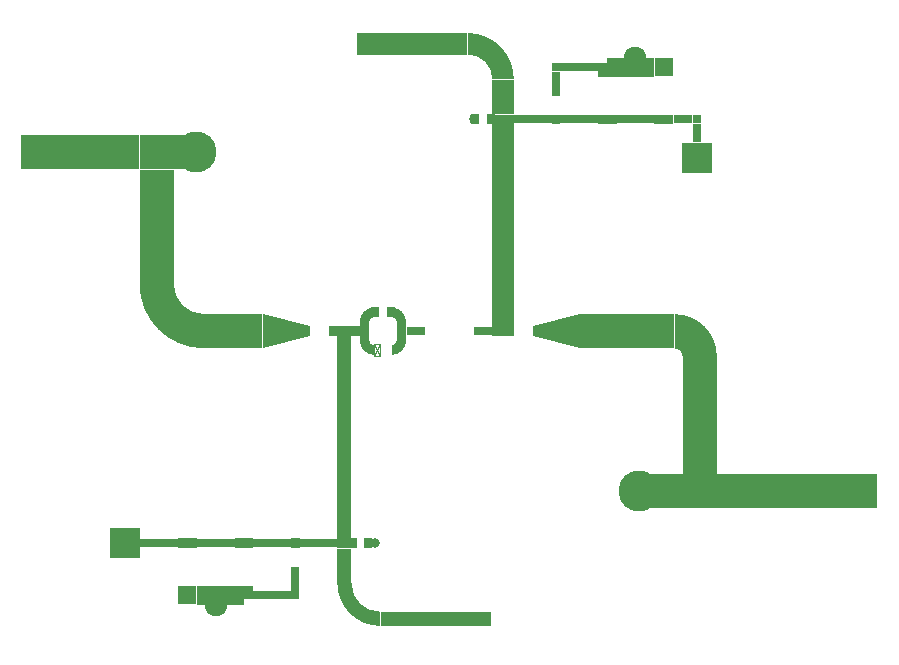
<source format=gbr>
G04 ===== Begin FILE IDENTIFICATION =====*
G04 File Format:  Gerber RS274X*
G04 ===== End FILE IDENTIFICATION =====*
%FSLAX66Y66*%
%MOIN*%
%SFA1.0000B1.0000*%
%OFA0.0B0.0*%
%ADD14R,0.125984X0.031496*%
%ADD15R,0.027559X0.027559*%
%ADD16R,0.125984X0.027559*%
%ADD17R,0.371457X0.071732*%
%ADD18R,0.071732X0.675000*%
%ADD19R,0.062992X0.031496*%
%ADD20R,0.062992X0.062992*%
%ADD21C,0.075591*%
%ADD22C,0.031496*%
%ADD23R,0.025591X0.035433*%
%ADD24C,0.033071*%
%ADD25C,0.015748*%
%ADD26R,0.031496X0.031496*%
%ADD27R,0.027559X0.080709*%
%ADD28R,0.071732X0.118110*%
%ADD29R,0.098425X0.098425*%
%ADD30R,0.031496X0.062992*%
%ADD31R,0.073260X0.113780*%
%ADD32R,0.196878X0.113780*%
%ADD33C,0.136535*%
%ADD34R,0.393701X0.113780*%
%ADD35R,0.113780X0.381965*%
%ADD36C,0.000984*%
%ADD37R,0.047244X0.675000*%
%ADD38R,0.047244X0.118110*%
%ADD39R,0.371457X0.047244*%
%ADD40R,0.315965X0.113780*%
%ADD41R,0.146472X0.113780*%
%ADD42R,0.537402X0.113780*%
%ADD43R,0.113780X0.393701*%
%LNcond*%
%IPPOS*%
%LPD*%
G75*
D14*
X1848961Y2126890D03*
G36*
G01X1974945Y2111142D02*
G01Y2142638D01*
G01X1911953D01*
G01Y2111142D01*
G01X1974945D01*
G37*
D15*
X1583213Y2300118D03*
G36*
G01X1785969Y2111142D02*
G01Y2142638D01*
G01X1722976D01*
G01Y2111142D01*
G01X1785969D01*
G37*
D16*
X1659984Y2300118D03*
D14*
Y2126890D03*
G36*
G01X1596992Y2111142D02*
G01Y2142638D01*
G01X1569433D01*
G01Y2111142D01*
G01X1596992D01*
G37*
G36*
G01X1911953Y2268622D02*
G01Y2331614D01*
G01X1785969D01*
G01Y2268622D01*
G01X1911953D01*
G37*
D14*
X1506441Y2126890D03*
G36*
G01X1443449Y2111142D02*
G01Y2142638D01*
G01X1371717D01*
G01Y2111142D01*
G01X1443449D01*
G37*
D17*
X1103744Y2378858D03*
D18*
X1407583Y1773642D03*
D19*
X2006441Y2126890D03*
D20*
X1943449Y2300118D03*
D21*
X1848961Y2331614D03*
D22*
D03*
D23*
X1315142Y2126890D03*
X1368291D03*
D24*
X1311717D03*
D25*
D03*
D26*
X2053685D03*
D27*
X1583213Y2245984D03*
D28*
X1407583Y2201693D03*
G36*
G01X1371717Y2260748D02*
G01Y2260744D01*
G01X1443449D01*
G01Y2260748D01*
G03X1289472Y2414724I-153976J0D01*
G01X1289469D01*
G01Y2342992D01*
G01X1289472D01*
G02X1371717Y2260748I0J-82244D01*
G01X1371717Y2260748D01*
G37*
G36*
G01X1722976Y2313898D02*
G01Y2268622D01*
G01X1785969D01*
G01Y2331614D01*
G01X1754472D01*
G01Y2313898D01*
G01X1722976D01*
G37*
D29*
X2053685Y1998937D03*
D30*
Y2079646D03*
D31*
X346154Y2016728D03*
G36*
G01X195744Y2073618D02*
G01Y1959839D01*
G01X309524D01*
G01Y2073618D01*
G01X195744D01*
G37*
D32*
X508553Y1420394D03*
D33*
X382783Y2016728D03*
D22*
D03*
D34*
X-1106D03*
D35*
X252634Y1768856D03*
G36*
G01X309524Y1577874D02*
G01Y1577878D01*
G01X195744D01*
G01Y1577874D01*
G03X410114Y1363504I214370J0D01*
G01X410118D01*
G01Y1477283D01*
G01X410114D01*
G02X309524Y1577874I0J100591D01*
G01X309524Y1577874D01*
G37*
G36*
G01X606992Y1477283D02*
G01Y1363504D01*
G01X764472Y1404646D01*
G01Y1436142D01*
G01X606992Y1477283D01*
G37*
G36*
G01X827465Y1436142D02*
G01Y1404646D01*
G01X929827D01*
G01Y1436142D01*
G01X827465D01*
G37*
G36*
G01X977071Y1467638D02*
G01X977075D01*
G01Y1499134D01*
G01X977071D01*
G03X929827Y1451890I0J-47244D01*
G01Y1451886D01*
G01X961323D01*
G01Y1451890D01*
G02X977071Y1467638I15748J0D01*
G01X977071Y1467638D01*
G37*
G36*
G01X961323Y1451890D02*
G01X929827D01*
G01Y1388898D01*
G01X961323D01*
G01Y1451890D01*
G37*
G36*
G01X961323Y1388898D02*
G01Y1388902D01*
G01X929827D01*
G01Y1388898D01*
G03X977071Y1341654I47244J0D01*
G01X977075D01*
G01Y1373150D01*
G01X977071D01*
G02X961323Y1388898I0J15748D01*
G01X961323Y1388898D01*
G37*
G36*
G01X1443449Y1404646D02*
G01Y1436142D01*
G01X1371717D01*
G01Y1404646D01*
G01X1443449D01*
G37*
G36*
G01X1052819Y1388898D02*
G01X1084315D01*
G01Y1451890D01*
G01X1052819D01*
G01Y1388898D01*
G37*
D23*
X980496Y1483386D03*
X1033646D03*
D19*
X1115811Y1420394D03*
X1340220D03*
G36*
G01X1037071Y1373150D02*
G01X1037067D01*
G01Y1341654D01*
G01X1037071D01*
G03X1084315Y1388898I0J47244D01*
G01Y1388902D01*
G01X1052819D01*
G01Y1388898D01*
G02X1037071Y1373150I-15748J0D01*
G01X1037071Y1373150D01*
G37*
G36*
G01X1052819Y1451890D02*
G01Y1451886D01*
G01X1084315D01*
G01Y1451890D01*
G03X1037071Y1499134I-47244J0D01*
G01X1037067D01*
G01Y1467638D01*
G01X1037071D01*
G02X1052819Y1451890I0J-15748D01*
G01X1052819Y1451890D01*
G37*
D36*
G01X977071Y1337717D02*
G01X996756D01*
G01Y1377087D01*
G01X977071D01*
G01Y1337717D01*

G01X996756Y1377087D01*
G01X977071D02*
G01X996756Y1337717D01*
D37*
X878646Y1067146D03*
G36*
G01X855024Y729646D02*
G01Y698150D01*
G01X902268D01*
G01Y729646D01*
G01X855024D01*
G37*
D38*
X878646Y639094D03*
D14*
X792031Y713898D03*
G36*
G01X701480Y729646D02*
G01Y698150D01*
G01X729039D01*
G01Y729646D01*
G01X701480D01*
G37*
D14*
X638488Y713898D03*
G36*
G01X512504Y729646D02*
G01Y698150D01*
G01X575496D01*
G01Y729646D01*
G01X512504D01*
G37*
D14*
X449512Y713898D03*
G36*
G01X323528Y729646D02*
G01Y698150D01*
G01X386520D01*
G01Y729646D01*
G01X323528D01*
G37*
G36*
G01X386520Y572165D02*
G01Y509173D01*
G01X512504D01*
G01Y572165D01*
G01X386520D01*
G37*
D20*
X355024Y540669D03*
G36*
G01X575496Y526890D02*
G01Y572165D01*
G01X512504D01*
G01Y509173D01*
G01X544000D01*
G01Y526890D01*
G01X575496D01*
G37*
D14*
X260535Y713898D03*
D16*
X638488Y540669D03*
D21*
X449512Y509173D03*
D22*
D03*
D23*
X905693Y713898D03*
X958843D03*
D24*
X981953D03*
D22*
D03*
D15*
X715260Y540669D03*
G36*
G01X902268Y580039D02*
G01Y580043D01*
G01X855024D01*
G01Y580039D01*
G03X996756Y438307I141732J0D01*
G01X996760D01*
G01Y485551D01*
G01X996756D01*
G02X902268Y580039I0J94488D01*
G01X902268Y580039D01*
G37*
D39*
X1182484Y461929D03*
D27*
X715260Y594803D03*
D29*
X148331Y713898D03*
D40*
X1821904Y1420394D03*
G36*
G01X2119996Y829693D02*
G01Y943472D01*
G01X2006217D01*
G01Y829693D01*
G01X2119996D01*
G37*
D33*
X1859744Y886583D03*
D22*
D03*
D41*
X1932980D03*
D42*
X2388697D03*
G36*
G01X1663921Y1363504D02*
G01Y1477283D01*
G01X1506441Y1436142D01*
G01Y1404646D01*
G01X1663921Y1363504D01*
G37*
D43*
X2063106Y1140323D03*
G36*
G01X2006217Y1337173D02*
G01Y1337169D01*
G01X2119996D01*
G01Y1337173D01*
G03X1979886Y1477283I-140110J0D01*
G01X1979882D01*
G01Y1363504D01*
G01X1979886D01*
G02X2006217Y1337173I0J-26331D01*
G01X2006217Y1337173D01*
G37*
M02*


</source>
